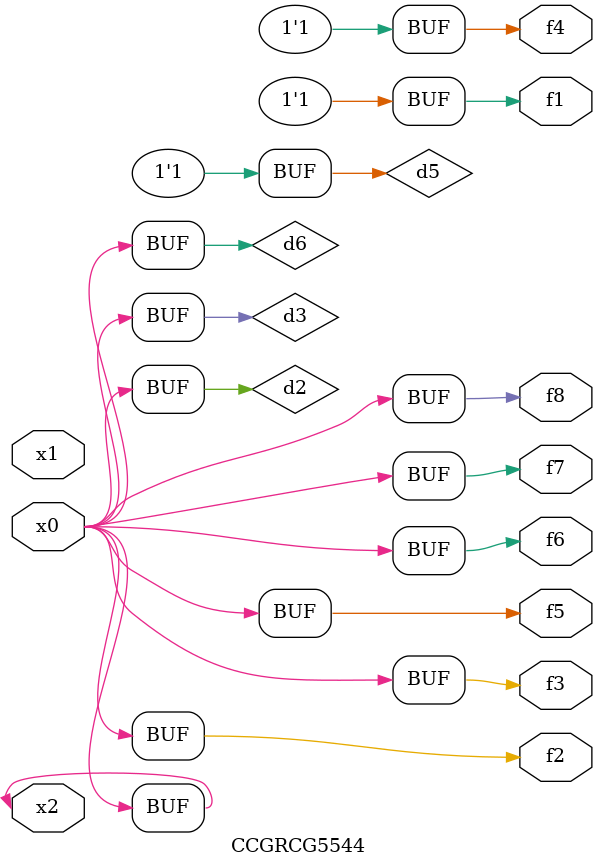
<source format=v>
module CCGRCG5544(
	input x0, x1, x2,
	output f1, f2, f3, f4, f5, f6, f7, f8
);

	wire d1, d2, d3, d4, d5, d6;

	xnor (d1, x2);
	buf (d2, x0, x2);
	and (d3, x0);
	xnor (d4, x1, x2);
	nand (d5, d1, d3);
	buf (d6, d2, d3);
	assign f1 = d5;
	assign f2 = d6;
	assign f3 = d6;
	assign f4 = d5;
	assign f5 = d6;
	assign f6 = d6;
	assign f7 = d6;
	assign f8 = d6;
endmodule

</source>
